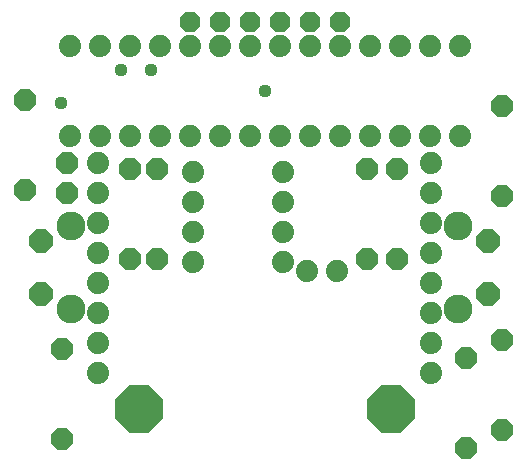
<source format=gbr>
G04 EAGLE Gerber RS-274X export*
G75*
%MOMM*%
%FSLAX34Y34*%
%LPD*%
%INSoldermask Bottom*%
%IPPOS*%
%AMOC8*
5,1,8,0,0,1.08239X$1,22.5*%
G01*
%ADD10P,4.343848X8X202.500000*%
%ADD11C,1.879600*%
%ADD12P,2.144431X8X112.500000*%
%ADD13C,2.451100*%
%ADD14P,2.144431X8X292.500000*%
%ADD15P,2.034460X8X112.500000*%
%ADD16P,2.034460X8X292.500000*%
%ADD17P,1.869504X8X292.500000*%
%ADD18C,1.109600*%


D10*
X106680Y-119380D03*
X-106680Y-119380D03*
D11*
X-141000Y-88900D03*
X-141000Y-63500D03*
X-141000Y-38100D03*
X-141000Y-12700D03*
X-141000Y12700D03*
X-141000Y38100D03*
X-141000Y63500D03*
X-141000Y88900D03*
X141000Y88900D03*
X141000Y63500D03*
X141000Y38100D03*
X141000Y12700D03*
X141000Y-12700D03*
X141000Y-38100D03*
X141000Y-63500D03*
X141000Y-88900D03*
X35560Y-2540D03*
X60960Y-2540D03*
X-165100Y111760D03*
X-139700Y111760D03*
X-114300Y111760D03*
X-88900Y111760D03*
X-63500Y111760D03*
X-38100Y111760D03*
X-12700Y111760D03*
X12700Y111760D03*
X38100Y111760D03*
X63500Y111760D03*
X88900Y111760D03*
X114300Y111760D03*
X139700Y111760D03*
X165100Y111760D03*
X165100Y187960D03*
X139700Y187960D03*
X114300Y187960D03*
X88900Y187960D03*
X63500Y187960D03*
X38100Y187960D03*
X12700Y187960D03*
X-12700Y187960D03*
X-38100Y187960D03*
X-63500Y187960D03*
X-88900Y187960D03*
X-114300Y187960D03*
X-139700Y187960D03*
X-165100Y187960D03*
D12*
X188976Y-22606D03*
X188976Y22606D03*
D13*
X164084Y-35052D03*
X164084Y35052D03*
D14*
X-188976Y22606D03*
X-188976Y-22606D03*
D13*
X-164084Y35052D03*
X-164084Y-35052D03*
D15*
X-203200Y66040D03*
X-203200Y142240D03*
D11*
X15240Y5080D03*
X15240Y30480D03*
X-60960Y30480D03*
X-60960Y5080D03*
X15240Y55880D03*
X15240Y81280D03*
X-60960Y55880D03*
X-60960Y81280D03*
D15*
X-171232Y-144780D03*
X-171232Y-68580D03*
D16*
X86360Y83820D03*
X86360Y7620D03*
D15*
X170180Y-152400D03*
X170180Y-76200D03*
D16*
X111760Y83820D03*
X111760Y7620D03*
X-91440Y83820D03*
X-91440Y7620D03*
X-114300Y83820D03*
X-114300Y7620D03*
X200660Y137160D03*
X200660Y60960D03*
D15*
X200660Y-137160D03*
X200660Y-60960D03*
D17*
X63500Y208280D03*
X38100Y208280D03*
X12700Y208280D03*
X-12700Y208280D03*
X-38100Y208280D03*
X-63500Y208280D03*
D15*
X-167640Y63500D03*
X-167640Y88900D03*
D18*
X-172720Y139700D03*
X-96520Y167640D03*
X-121920Y167640D03*
X0Y149860D03*
M02*

</source>
